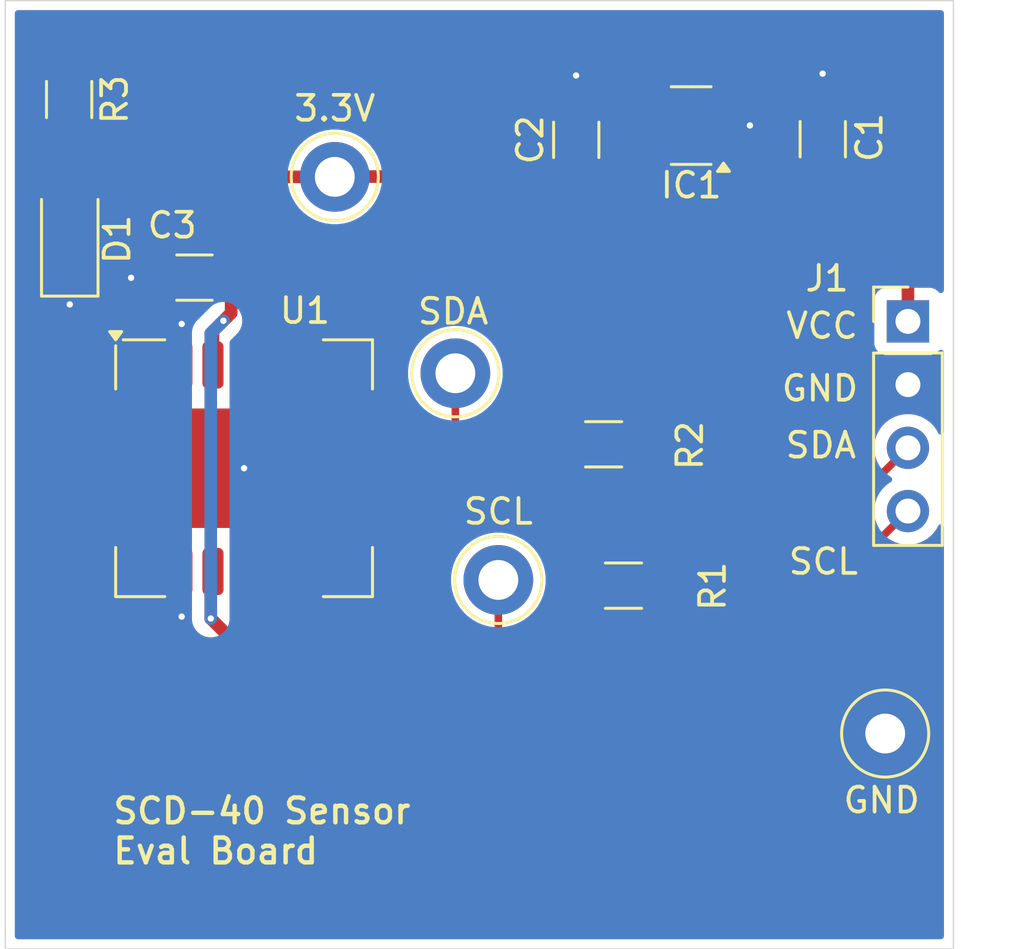
<source format=kicad_pcb>
(kicad_pcb (version 20241229) (generator "pcbnew") (generator_version "9.0")
  (layers (0 "F.Cu" signal) (2 "B.Cu" signal) (13 "F.Paste" user) (15 "B.Paste" user) (5 "F.SilkS" user "F.Silkscreen") (7 "B.SilkS" user "B.Silkscreen") (1 "F.Mask" user) (3 "B.Mask" user) (25 "Edge.Cuts" user))
  (net 0 "")
  (net 1 "VCC")
  (net 2 "GND")
  (net 3 "/3.3V")
  (net 4 "Net-(D1-A)")
  (net 6 "/SCL")
  (net 7 "/SDA")
  (footprint "Resistor_SMD:R_1206_3216Metric" (layer "F.Cu") (at 157.3931 95.1591 180)
    (property "Reference" "R2" (at -3.4651 -0.0508 90) (layer "F.SilkS"))
    (property "Value" "10k")
    (fp_line (start -0.727064 0.91) (end 0.727064 0.91) (stroke (width 0.12)) (layer "F.SilkS"))
    (fp_line (start -0.727064 -0.91) (end 0.727064 -0.91) (stroke (width 0.12)) (layer "F.SilkS"))
    (pad "1" smd roundrect (at -1.4625 0 180) (size 1.125 1.75) (layers "F.Cu" "F.Mask" "F.Paste") (roundrect_rratio 0.222222) (net 3 "/3.3V"))
    (pad "2" smd roundrect (at 1.4625 0 180) (size 1.125 1.75) (layers "F.Cu" "F.Mask" "F.Paste") (roundrect_rratio 0.222222) (net 7 "/SDA"))
  )
  (footprint "Capacitor_SMD:C_1206_3216Metric" (layer "F.Cu") (at 156.2924 82.9248 90)
    (property "Reference" "C2" (at 0 -1.85 90) (layer "F.SilkS"))
    (property "Value" "1uF")
    (fp_line (start -0.711252 -0.91) (end 0.711252 -0.91) (stroke (width 0.12)) (layer "F.SilkS"))
    (fp_line (start -0.711252 0.91) (end 0.711252 0.91) (stroke (width 0.12)) (layer "F.SilkS"))
    (pad "1" smd roundrect (at -1.475 0 90) (size 1.15 1.8) (layers "F.Cu" "F.Mask" "F.Paste") (roundrect_rratio 0.217391) (net 3 "/3.3V"))
    (pad "2" smd roundrect (at 1.475 0 90) (size 1.15 1.8) (layers "F.Cu" "F.Mask" "F.Paste") (roundrect_rratio 0.217391) (net 2 "GND"))
  )
  (footprint "TestPoint:TestPoint_Keystone_5005-5009_Compact" (layer "F.Cu") (at 153.162 100.6094)
    (property "Reference" "SCL" (at 0 -2.75 0) (layer "F.SilkS"))
    (property "Value" "TestPoint")
    (fp_circle (center 0 0) (end 1.75 0) (stroke (width 0.12)) (fill no) (layer "F.SilkS"))
    (pad "1" thru_hole circle (at 0 0) (size 2.8 2.8) (drill 1.6) (layers "*.Cu" "*.Mask") (net 6 "/SCL"))
  )
  (footprint "Connector_PinHeader_2.54mm:PinHeader_1x04_P2.54mm_Vertical" (layer "F.Cu") (at 169.6212 90.2208)
    (property "Reference" "J1" (at -3.2512 -1.7272 0) (layer "F.SilkS"))
    (property "Value" "Conn_01x04")
    (fp_line (start -1.38 -1.38) (end 0 -1.38) (stroke (width 0.12)) (layer "F.SilkS"))
    (fp_line (start -1.38 0) (end -1.38 -1.38) (stroke (width 0.12)) (layer "F.SilkS"))
    (fp_line (start -1.38 1.27) (end -1.38 9) (stroke (width 0.12)) (layer "F.SilkS"))
    (fp_line (start -1.38 1.27) (end 1.38 1.27) (stroke (width 0.12)) (layer "F.SilkS"))
    (fp_line (start -1.38 9) (end 1.38 9) (stroke (width 0.12)) (layer "F.SilkS"))
    (fp_line (start 1.38 1.27) (end 1.38 9) (stroke (width 0.12)) (layer "F.SilkS"))
    (pad "1" thru_hole rect (at 0 0) (size 1.7 1.7) (drill 1) (layers "*.Cu" "*.Mask") (net 1 "VCC"))
    (pad "2" thru_hole circle (at 0 2.54) (size 1.7 1.7) (drill 1) (layers "*.Cu" "*.Mask") (net 2 "GND"))
    (pad "3" thru_hole circle (at 0 5.08) (size 1.7 1.7) (drill 1) (layers "*.Cu" "*.Mask") (net 7 "/SDA"))
    (pad "4" thru_hole circle (at 0 7.62) (size 1.7 1.7) (drill 1) (layers "*.Cu" "*.Mask") (net 6 "/SCL"))
  )
  (footprint "TestPoint:TestPoint_Keystone_5005-5009_Compact" (layer "F.Cu") (at 168.7068 106.7816)
    (property "Reference" "GND" (at -0.14 2.68 180) (layer "F.SilkS"))
    (property "Value" "TestPoint")
    (fp_circle (center 0 0) (end 1.75 0) (stroke (width 0.12)) (fill no) (layer "F.SilkS"))
    (pad "1" thru_hole circle (at 0 0) (size 2.8 2.8) (drill 1.6) (layers "*.Cu" "*.Mask") (net 2 "GND"))
  )
  (footprint "Capacitor_SMD:C_1206_3216Metric" (layer "F.Cu") (at 166.1984 82.8994 90)
    (property "Reference" "C1" (at 0.07 1.8734 90) (layer "F.SilkS"))
    (property "Value" "1uF")
    (fp_line (start -0.711252 -0.91) (end 0.711252 -0.91) (stroke (width 0.12)) (layer "F.SilkS"))
    (fp_line (start -0.711252 0.91) (end 0.711252 0.91) (stroke (width 0.12)) (layer "F.SilkS"))
    (pad "1" smd roundrect (at -1.475 0 90) (size 1.15 1.8) (layers "F.Cu" "F.Mask" "F.Paste") (roundrect_rratio 0.217391) (net 1 "VCC"))
    (pad "2" smd roundrect (at 1.475 0 90) (size 1.15 1.8) (layers "F.Cu" "F.Mask" "F.Paste") (roundrect_rratio 0.217391) (net 2 "GND"))
  )
  (footprint "TestPoint:TestPoint_Keystone_5005-5009_Compact" (layer "F.Cu") (at 151.4348 92.3036)
    (property "Reference" "SDA" (at -0.0892 -2.4846 0) (layer "F.SilkS"))
    (property "Value" "TestPoint")
    (fp_circle (center 0 0) (end 1.75 0) (stroke (width 0.12)) (fill no) (layer "F.SilkS"))
    (pad "1" thru_hole circle (at 0 0) (size 2.8 2.8) (drill 1.6) (layers "*.Cu" "*.Mask") (net 7 "/SDA"))
  )
  (footprint "TestPoint:TestPoint_Keystone_5005-5009_Compact" (layer "F.Cu") (at 146.5896 84.4127)
    (property "Reference" "3.3V" (at 0 -2.75 0) (layer "F.SilkS"))
    (property "Value" "TestPoint")
    (fp_circle (center 0 0) (end 1.75 0) (stroke (width 0.12)) (fill no) (layer "F.SilkS"))
    (pad "1" thru_hole circle (at 0 0) (size 2.8 2.8) (drill 1.6) (layers "*.Cu" "*.Mask") (net 3 "/3.3V"))
  )
  (footprint "LED_SMD:LED_1206_3216Metric" (layer "F.Cu") (at 135.9408 86.9188 90)
    (property "Reference" "D1" (at -0.003 1.905 90) (layer "F.SilkS"))
    (property "Value" "LED")
    (fp_line (start 1.6 -1.135) (end -2.285 -1.135) (stroke (width 0.12)) (layer "F.SilkS"))
    (fp_line (start -2.285 -1.135) (end -2.285 1.135) (stroke (width 0.12)) (layer "F.SilkS"))
    (fp_line (start -2.285 1.135) (end 1.6 1.135) (stroke (width 0.12)) (layer "F.SilkS"))
    (pad "1" smd roundrect (at -1.4 0 90) (size 1.25 1.75) (layers "F.Cu" "F.Mask" "F.Paste") (roundrect_rratio 0.2) (net 2 "GND"))
    (pad "2" smd roundrect (at 1.4 0 90) (size 1.25 1.75) (layers "F.Cu" "F.Mask" "F.Paste") (roundrect_rratio 0.2) (net 4 "Net-(D1-A)"))
  )
  (footprint "Resistor_SMD:R_1206_3216Metric" (layer "F.Cu") (at 158.1912 100.838 180)
    (property "Reference" "R1" (at -3.5814 -0.0254 90) (layer "F.SilkS"))
    (property "Value" "10k")
    (fp_line (start -0.727064 0.91) (end 0.727064 0.91) (stroke (width 0.12)) (layer "F.SilkS"))
    (fp_line (start -0.727064 -0.91) (end 0.727064 -0.91) (stroke (width 0.12)) (layer "F.SilkS"))
    (pad "1" smd roundrect (at -1.4625 0 180) (size 1.125 1.75) (layers "F.Cu" "F.Mask" "F.Paste") (roundrect_rratio 0.222222) (net 3 "/3.3V"))
    (pad "2" smd roundrect (at 1.4625 0 180) (size 1.125 1.75) (layers "F.Cu" "F.Mask" "F.Paste") (roundrect_rratio 0.222222) (net 6 "/SCL"))
  )
  (footprint "Package_TO_SOT_SMD:SOT-23-5" (layer "F.Cu") (at 160.9097 82.3508 180)
    (property "Reference" "IC1" (at 0 -2.4 0) (layer "F.SilkS"))
    (property "Value" "TPS7A0333PDBVR")
    (fp_line (start 0 1.56) (end 0.8 1.56) (stroke (width 0.12)) (layer "F.SilkS"))
    (fp_line (start 0 1.56) (end -0.8 1.56) (stroke (width 0.12)) (layer "F.SilkS"))
    (fp_line (start 0 -1.56) (end 0.8 -1.56) (stroke (width 0.12)) (layer "F.SilkS"))
    (fp_line (start 0 -1.56) (end -0.8 -1.56) (stroke (width 0.12)) (layer "F.SilkS"))
    (fp_poly (pts (xy -1.3 -1.51) (xy -1.54 -1.84) (xy -1.06 -1.84)) (stroke (width 0.12)) (fill yes) (layer "F.SilkS"))
    (pad "1" smd roundrect (at -1.1375 -0.95 180) (size 1.325 0.6) (layers "F.Cu" "F.Mask" "F.Paste") (net 1 "VCC"))
    (pad "2" smd roundrect (at -1.1375 0 180) (size 1.325 0.6) (layers "F.Cu" "F.Mask" "F.Paste") (net 2 "GND"))
    (pad "3" smd roundrect (at -1.1375 0.95 180) (size 1.325 0.6) (layers "F.Cu" "F.Mask" "F.Paste") (net 1 "VCC"))
    (pad "4" smd roundrect (at 1.1375 0.95 180) (size 1.325 0.6) (layers "F.Cu" "F.Mask" "F.Paste"))
    (pad "5" smd roundrect (at 1.1375 -0.95 180) (size 1.325 0.6) (layers "F.Cu" "F.Mask" "F.Paste") (net 3 "/3.3V"))
  )
  (footprint "Sensor:Sensirion_SCD4x-1EP_10.1x10.1mm_P1.25mm_EP4.8x4.8mm" (layer "F.Cu") (at 142.945 96.1198)
    (property "Reference" "U1" (at 2.4446 -6.3308 0) (layer "F.SilkS"))
    (property "Value" "SCD40-D-R2")
    (fp_line (start -5.16 -3.185) (end -5.16 -4.92) (stroke (width 0.12)) (layer "F.SilkS"))
    (fp_line (start -5.16 5.16) (end -5.16 3.185) (stroke (width 0.12)) (layer "F.SilkS"))
    (fp_line (start -3.185 -5.16) (end -4.86 -5.16) (stroke (width 0.12)) (layer "F.SilkS"))
    (fp_line (start -3.185 5.16) (end -5.16 5.16) (stroke (width 0.12)) (layer "F.SilkS"))
    (fp_line (start 3.185 -5.16) (end 5.16 -5.16) (stroke (width 0.12)) (layer "F.SilkS"))
    (fp_line (start 3.185 5.16) (end 5.16 5.16) (stroke (width 0.12)) (layer "F.SilkS"))
    (fp_line (start 5.16 -5.16) (end 5.16 -3.185) (stroke (width 0.12)) (layer "F.SilkS"))
    (fp_line (start 5.16 5.16) (end 5.16 3.185) (stroke (width 0.12)) (layer "F.SilkS"))
    (fp_poly (pts (xy -5.16 -5.16) (xy -5.4 -5.49) (xy -4.92 -5.49)) (stroke (width 0.12)) (fill yes) (layer "F.SilkS"))
    (pad "1" smd roundrect (at -4.15 -2.5) (size 1.9 0.85) (layers "F.Cu" "F.Mask" "F.Paste"))
    (pad "2" smd roundrect (at -4.15 -1.25) (size 1.9 0.85) (layers "F.Cu" "F.Mask" "F.Paste"))
    (pad "3" smd roundrect (at -4.15 0) (size 1.9 0.85) (layers "F.Cu" "F.Mask" "F.Paste"))
    (pad "4" smd roundrect (at -4.15 1.25) (size 1.9 0.85) (layers "F.Cu" "F.Mask" "F.Paste"))
    (pad "5" smd roundrect (at -4.15 2.5) (size 1.9 0.85) (layers "F.Cu" "F.Mask" "F.Paste"))
    (pad "6" smd roundrect (at -2.5 4.15) (size 0.85 1.9) (layers "F.Cu" "F.Mask" "F.Paste") (net 2 "GND"))
    (pad "7" smd roundrect (at -1.25 4.15) (size 0.85 1.9) (layers "F.Cu" "F.Mask" "F.Paste") (net 3 "/3.3V"))
    (pad "8" smd roundrect (at 0 4.15) (size 0.85 1.9) (layers "F.Cu" "F.Mask" "F.Paste"))
    (pad "9" smd roundrect (at 1.25 4.15) (size 0.85 1.9) (layers "F.Cu" "F.Mask" "F.Paste") (net 6 "/SCL"))
    (pad "10" smd roundrect (at 2.5 4.15) (size 0.85 1.9) (layers "F.Cu" "F.Mask" "F.Paste") (net 7 "/SDA"))
    (pad "11" smd roundrect (at 4.15 2.5) (size 1.9 0.85) (layers "F.Cu" "F.Mask" "F.Paste"))
    (pad "12" smd roundrect (at 4.15 1.25) (size 1.9 0.85) (layers "F.Cu" "F.Mask" "F.Paste"))
    (pad "13" smd roundrect (at 4.15 0) (size 1.9 0.85) (layers "F.Cu" "F.Mask" "F.Paste"))
    (pad "14" smd roundrect (at 4.15 -1.25) (size 1.9 0.85) (layers "F.Cu" "F.Mask" "F.Paste"))
    (pad "15" smd roundrect (at 4.15 -2.5) (size 1.9 0.85) (layers "F.Cu" "F.Mask" "F.Paste"))
    (pad "16" smd roundrect (at 2.5 -4.15) (size 0.85 1.9) (layers "F.Cu" "F.Mask" "F.Paste"))
    (pad "17" smd roundrect (at 1.25 -4.15) (size 0.85 1.9) (layers "F.Cu" "F.Mask" "F.Paste"))
    (pad "18" smd roundrect (at 0 -4.15) (size 0.85 1.9) (layers "F.Cu" "F.Mask" "F.Paste"))
    (pad "19" smd roundrect (at -1.25 -4.15) (size 0.85 1.9) (layers "F.Cu" "F.Mask" "F.Paste") (net 3 "/3.3V"))
    (pad "20" smd roundrect (at -2.5 -4.15) (size 0.85 1.9) (layers "F.Cu" "F.Mask" "F.Paste") (net 2 "GND"))
    (pad "21" smd rect (at 0 0) (size 4.8 4.8) (property pad_prop_heatsink) (layers "F.Cu" "F.Mask") (net 2 "GND"))
  )
  (footprint "Resistor_SMD:R_1206_3216Metric" (layer "F.Cu") (at 135.9154 81.3054 -90)
    (property "Reference" "R3" (at 0 -1.83 90) (layer "F.SilkS"))
    (property "Value" "150")
    (fp_line (start -0.727064 0.91) (end 0.727064 0.91) (stroke (width 0.12)) (layer "F.SilkS"))
    (fp_line (start -0.727064 -0.91) (end 0.727064 -0.91) (stroke (width 0.12)) (layer "F.SilkS"))
    (pad "1" smd roundrect (at -1.4625 0 270) (size 1.125 1.75) (layers "F.Cu" "F.Mask" "F.Paste") (roundrect_rratio 0.222222) (net 1 "VCC"))
    (pad "2" smd roundrect (at 1.4625 0 270) (size 1.125 1.75) (layers "F.Cu" "F.Mask" "F.Paste") (roundrect_rratio 0.222222) (net 4 "Net-(D1-A)"))
  )
  (footprint "Capacitor_SMD:C_1206_3216Metric" (layer "F.Cu") (at 140.95 88.4598 180)
    (property "Reference" "C3" (at 0.8944 2.0998 0) (layer "F.SilkS"))
    (property "Value" "100nF")
    (fp_line (start -0.711252 0.91) (end 0.711252 0.91) (stroke (width 0.12)) (layer "F.SilkS"))
    (fp_line (start -0.711252 -0.91) (end 0.711252 -0.91) (stroke (width 0.12)) (layer "F.SilkS"))
    (pad "1" smd roundrect (at -1.475 0 180) (size 1.15 1.8) (layers "F.Cu" "F.Mask" "F.Paste") (roundrect_rratio 0.217391) (net 3 "/3.3V"))
    (pad "2" smd roundrect (at 1.475 0 180) (size 1.15 1.8) (layers "F.Cu" "F.Mask" "F.Paste") (roundrect_rratio 0.217391) (net 2 "GND"))
  )
  (gr_rect (start 133.35 77.33) (end 171.45 115.43) (stroke (width 0.05)) (fill no) (layer "Edge.Cuts"))
  (gr_text "SDA" (at 164.6174 95.7834 0) (layer "F.SilkS") (effects (font (size 1 1)) (justify left bottom)))
  (gr_text "SCD-40 Sensor\nEval Board" (at 137.5918 112.0902 0) (layer "F.SilkS") (effects (font (size 1 1) (thickness 0.1778) (bold yes)) (justify left bottom)))
  (gr_text "SCL" (at 164.7444 100.457 0) (layer "F.SilkS") (effects (font (size 1 1)) (justify left bottom)))
  (gr_text "VCC" (at 164.6428 90.9828 0) (layer "F.SilkS") (effects (font (size 1 1)) (justify left bottom)))
  (gr_text "GND" (at 164.465 93.4974 0) (layer "F.SilkS") (effects (font (size 1 1)) (justify left bottom)))
  (segment (start 163.327878 81.4008) (end 164.2872 82.360122) (width 0.508) (layer "F.Cu") (net 1))
  (segment (start 162.0472 81.4008) (end 159.9268 79.2804) (width 0.508) (layer "F.Cu") (net 1))
  (segment (start 166.1984 84.3744) (end 164.2872 84.3744) (width 0.508) (layer "F.Cu") (net 1))
  (segment (start 169.6212 87.7972) (end 166.1984 84.3744) (width 0.508) (layer "F.Cu") (net 1))
  (segment (start 135.6614 79.5889) (end 135.9154 79.8429) (width 0.508) (layer "F.Cu") (net 1))
  (segment (start 164.2872 82.360122) (end 164.2872 84.3744) (width 0.508) (layer "F.Cu") (net 1))
  (segment (start 169.6212 90.2208) (end 169.6212 87.7972) (width 0.508) (layer "F.Cu") (net 1))
  (segment (start 159.9268 79.2804) (end 136.4779 79.2804) (width 0.508) (layer "F.Cu") (net 1))
  (segment (start 136.4779 79.2804) (end 135.9154 79.8429) (width 0.508) (layer "F.Cu") (net 1))
  (segment (start 164.2872 84.3744) (end 163.1208 84.3744) (width 0.508) (layer "F.Cu") (net 1))
  (segment (start 169.5958 90.2462) (end 169.6212 90.2208) (width 0.508) (layer "F.Cu") (net 1))
  (segment (start 163.1208 84.3744) (end 162.0472 83.3008) (width 0.508) (layer "F.Cu") (net 1))
  (segment (start 162.0472 81.4008) (end 163.327878 81.4008) (width 0.508) (layer "F.Cu") (net 1))
  (segment (start 162.0472 82.3508) (end 163.2672 82.3508) (width 0.508) (layer "F.Cu") (net 2))
  (segment (start 166.1984 81.4244) (end 166.1984 80.2702) (width 0.508) (layer "F.Cu") (net 2))
  (segment (start 140.445 100.2698) (end 140.445 102.0742) (width 0.508) (layer "F.Cu") (net 2))
  (segment (start 156.2924 81.4498) (end 156.2924 80.3464) (width 0.508) (layer "F.Cu") (net 2))
  (segment (start 166.1984 80.2702) (end 166.1922 80.264) (width 0.508) (layer "F.Cu") (net 2))
  (segment (start 163.2672 82.3508) (end 163.2712 82.3468) (width 0.508) (layer "F.Cu") (net 2))
  (segment (start 139.475 88.4598) (end 138.413 88.4598) (width 0.508) (layer "F.Cu") (net 2))
  (segment (start 140.445 91.9698) (end 140.445 90.3308) (width 0.508) (layer "F.Cu") (net 2))
  (segment (start 138.413 88.4598) (end 138.4046 88.4682) (width 0.508) (layer "F.Cu") (net 2))
  (segment (start 140.445 102.0742) (end 140.4366 102.0826) (width 0.508) (layer "F.Cu") (net 2))
  (segment (start 156.2924 80.3464) (end 156.2862 80.3402) (width 0.508) (layer "F.Cu") (net 2))
  (segment (start 140.445 90.3308) (end 140.4366 90.3224) (width 0.508) (layer "F.Cu") (net 2))
  (segment (start 135.9408 88.3188) (end 135.9408 89.538) (width 0.508) (layer "F.Cu") (net 2))
  (via (at 140.4366 90.3224) (size 0.508) (drill 0.254) (layers "F.Cu" "B.Cu") (net 2))
  (via (at 140.4366 102.0826) (size 0.508) (drill 0.254) (layers "F.Cu" "B.Cu") (net 2))
  (via (at 142.945 96.1198) (size 0.508) (drill 0.254) (layers "F.Cu" "B.Cu") (net 2))
  (via (at 135.9408 89.538) (size 0.508) (drill 0.254) (layers "F.Cu" "B.Cu") (net 2))
  (via (at 163.2712 82.3468) (size 0.508) (drill 0.254) (layers "F.Cu" "B.Cu") (net 2))
  (via (at 156.2862 80.3402) (size 0.508) (drill 0.254) (layers "F.Cu" "B.Cu") (net 2))
  (via (at 166.1922 80.264) (size 0.508) (drill 0.254) (layers "F.Cu" "B.Cu") (net 2))
  (via (at 138.4046 88.4682) (size 0.508) (drill 0.254) (layers "F.Cu" "B.Cu") (net 2))
  (segment (start 159.6537 102.6521) (end 159.6537 100.838) (width 0.508) (layer "F.Cu") (net 3))
  (segment (start 141.695 90.6134) (end 142.113 90.1954) (width 0.508) (layer "F.Cu") (net 3))
  (segment (start 143.9079 84.4127) (end 142.425 85.8956) (width 0.508) (layer "F.Cu") (net 3))
  (segment (start 153.9494 84.3998) (end 146.6025 84.3998) (width 0.508) (layer "F.Cu") (net 3))
  (segment (start 141.695 91.9698) (end 141.695 90.6134) (width 0.508) (layer "F.Cu") (net 3))
  (segment (start 142.425 85.8956) (end 142.425 88.4598) (width 0.508) (layer "F.Cu") (net 3))
  (segment (start 156.6418 105.664) (end 159.6537 102.6521) (width 0.508) (layer "F.Cu") (net 3))
  (segment (start 146.6025 84.3998) (end 146.5896 84.4127) (width 0.508) (layer "F.Cu") (net 3))
  (segment (start 158.6732 84.3998) (end 159.7722 83.3008) (width 0.508) (layer "F.Cu") (net 3))
  (segment (start 141.605 102.1588) (end 145.1102 105.664) (width 0.508) (layer "F.Cu") (net 3))
  (segment (start 145.1102 105.664) (end 156.6418 105.664) (width 0.508) (layer "F.Cu") (net 3))
  (segment (start 153.9494 84.3998) (end 153.9494 87.7316) (width 0.508) (layer "F.Cu") (net 3))
  (segment (start 156.2924 84.3998) (end 158.6732 84.3998) (width 0.508) (layer "F.Cu") (net 3))
  (segment (start 146.5896 84.4127) (end 143.9079 84.4127) (width 0.508) (layer "F.Cu") (net 3))
  (segment (start 141.605 100.3598) (end 141.695 100.2698) (width 0.508) (layer "F.Cu") (net 3))
  (segment (start 142.425 89.8834) (end 142.113 90.1954) (width 0.508) (layer "F.Cu") (net 3))
  (segment (start 156.2924 84.3998) (end 153.9494 84.3998) (width 0.508) (layer "F.Cu") (net 3))
  (segment (start 141.605 102.1588) (end 141.605 100.3598) (width 0.508) (layer "F.Cu") (net 3))
  (segment (start 158.8556 92.6378) (end 158.8556 95.1591) (width 0.508) (layer "F.Cu") (net 3))
  (segment (start 142.425 88.4598) (end 142.425 89.8834) (width 0.508) (layer "F.Cu") (net 3))
  (segment (start 153.9494 87.7316) (end 158.8556 92.6378) (width 0.508) (layer "F.Cu") (net 3))
  (via (at 141.605 102.1588) (size 0.508) (drill 0.254) (layers "F.Cu" "B.Cu") (net 3))
  (via (at 142.113 90.1954) (size 0.508) (drill 0.254) (layers "F.Cu" "B.Cu") (net 3))
  (segment (start 142.113 90.1954) (end 141.605 90.7034) (width 0.508) (layer "B.Cu") (net 3))
  (segment (start 141.605 90.7034) (end 141.605 102.1588) (width 0.508) (layer "B.Cu") (net 3))
  (segment (start 135.9154 82.7679) (end 135.9154 85.4934) (width 0.3048) (layer "F.Cu") (net 4))
  (segment (start 135.9154 85.4934) (end 135.9408 85.5188) (width 0.1524) (layer "F.Cu") (net 4))
  (segment (start 156.7287 102.4275) (end 156.7287 100.838) (width 0.3048) (layer "F.Cu") (net 6))
  (segment (start 155.2448 103.9114) (end 156.7287 102.4275) (width 0.3048) (layer "F.Cu") (net 6))
  (segment (start 144.195 102.6914) (end 145.415 103.9114) (width 0.3048) (layer "F.Cu") (net 6))
  (segment (start 153.4922 103.9114) (end 155.2448 103.9114) (width 0.3048) (layer "F.Cu") (net 6))
  (segment (start 156.7287 99.0747) (end 156.7287 100.838) (width 0.3048) (layer "F.Cu") (net 6))
  (segment (start 153.162 103.5812) (end 153.4922 103.9114) (width 0.3048) (layer "F.Cu") (net 6))
  (segment (start 145.415 103.9114) (end 153.1366 103.9114) (width 0.3048) (layer "F.Cu") (net 6))
  (segment (start 153.1366 103.9114) (end 153.4922 103.9114) (width 0.3048) (layer "F.Cu") (net 6))
  (segment (start 144.195 100.2698) (end 144.195 102.6914) (width 0.3048) (layer "F.Cu") (net 6))
  (segment (start 169.6212 97.8408) (end 168.6052 98.8568) (width 0.3048) (layer "F.Cu") (net 6))
  (segment (start 156.9466 98.8568) (end 156.7287 99.0747) (width 0.3048) (layer "F.Cu") (net 6))
  (segment (start 168.6052 98.8568) (end 156.9466 98.8568) (width 0.3048) (layer "F.Cu") (net 6))
  (segment (start 153.162 100.6094) (end 153.162 103.5812) (width 0.3048) (layer "F.Cu") (net 6))
  (segment (start 167.767 97.155) (end 156.5656 97.155) (width 0.3048) (layer "F.Cu") (net 7))
  (segment (start 145.445 100.2698) (end 145.445 101.9856) (width 0.3048) (layer "F.Cu") (net 7))
  (segment (start 155.9306 96.52) (end 155.9306 95.1591) (width 0.3048) (layer "F.Cu") (net 7))
  (segment (start 150.4188 96.4184) (end 151.4348 95.4024) (width 0.3048) (layer "F.Cu") (net 7))
  (segment (start 145.445 101.9856) (end 146.177 102.7176) (width 0.3048) (layer "F.Cu") (net 7))
  (segment (start 149.4028 102.7176) (end 150.4188 101.7016) (width 0.3048) (layer "F.Cu") (net 7))
  (segment (start 169.6212 95.3008) (end 167.767 97.155) (width 0.3048) (layer "F.Cu") (net 7))
  (segment (start 146.177 102.7176) (end 149.4028 102.7176) (width 0.3048) (layer "F.Cu") (net 7))
  (segment (start 151.4348 95.4024) (end 151.4348 92.3036) (width 0.3048) (layer "F.Cu") (net 7))
  (segment (start 150.4188 101.7016) (end 150.4188 96.4184) (width 0.3048) (layer "F.Cu") (net 7))
  (segment (start 151.6781 95.1591) (end 151.4348 95.4024) (width 0.3048) (layer "F.Cu") (net 7))
  (segment (start 156.5656 97.155) (end 155.9306 96.52) (width 0.3048) (layer "F.Cu") (net 7))
  (segment (start 155.9306 95.1591) (end 151.6781 95.1591) (width 0.3048) (layer "F.Cu") (net 7))
  (zone (net 2) (net_name "GND") (layer "B.Cu") (name "GND Plane") (connect_pads yes (clearance 0.5)) (min_thickness 0.25) (fill yes (thermal_gap 0.5) (thermal_bridge_width 0.5))
    (polygon (pts (xy 133.35 77.3176) (xy 171.45 77.3176) (xy 171.45 115.443) (xy 133.35 115.443)))
  )
)
</source>
